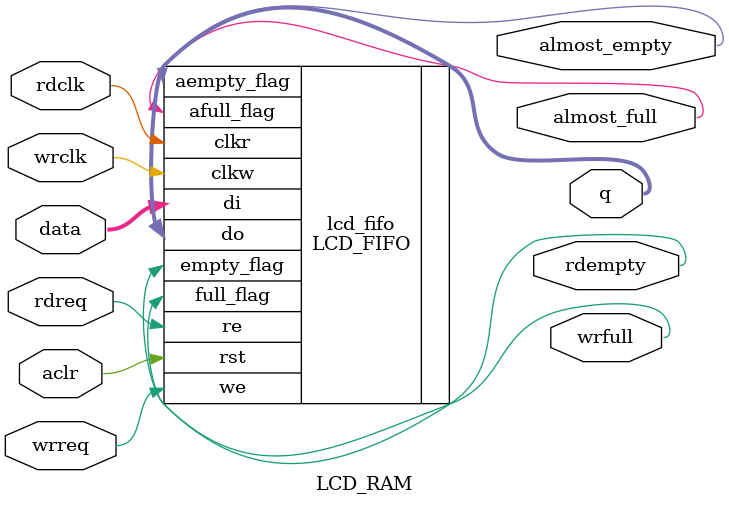
<source format=v>
`include "config.v"
module LCD_RAM(input aclr,
                input[19:0] data,
                input rdclk,
                input rdreq,
                input wrclk,
                input wrreq,
                output[19:0] q,
                output rdempty,
                output wrfull,
                output almost_empty,
                output almost_full);
`ifdef NANO
LCD_FIFO lcd_fifo(.Reset(aclr),
					.Data(data),
					.WrClk(wrclk),
					.WrEn(wrreq),
					.Q(q),
					.RdClk(rdclk),
					.Almost_Empty(almost_empty),
					.RdEn(rdreq),
					.Almost_Full(almost_full),
					.Empty(rdempty),
					.Full(wrfull));
`else
LCD_FIFO lcd_fifo(.rst(aclr),
					.di(data),
					.clkw(wrclk),
					.we(wrreq),
					.do(q),
					.clkr(rdclk),
					.aempty_flag(almost_empty),
					.re(rdreq),
					.afull_flag(almost_full),
					.empty_flag(rdempty),
					.full_flag(wrfull));
`endif


endmodule

</source>
